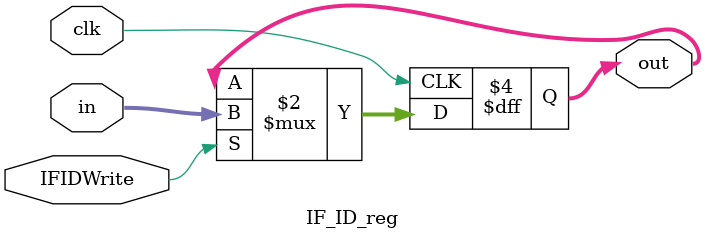
<source format=v>
`timescale 1ns / 1ps


module IF_ID_reg(
input clk,
input IFIDWrite,
input [31:0] in,
output reg [31:0] out
);

always @(posedge clk) begin
    if(IFIDWrite)
        out <= in;
end
endmodule

</source>
